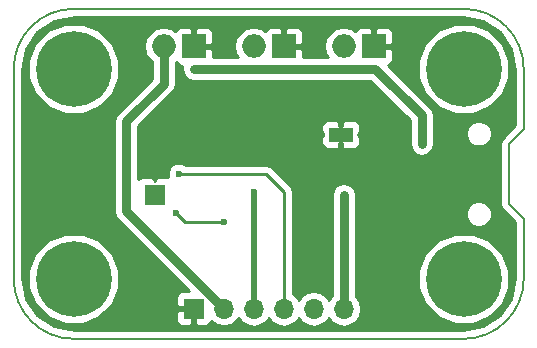
<source format=gbr>
%TF.GenerationSoftware,KiCad,Pcbnew,4.0.6+dfsg1-1*%
%TF.CreationDate,2018-06-21T08:51:40+02:00*%
%TF.ProjectId,energy_harvesting_module,656E657267795F68617276657374696E,rev?*%
%TF.FileFunction,Copper,L2,Bot,Signal*%
%FSLAX46Y46*%
G04 Gerber Fmt 4.6, Leading zero omitted, Abs format (unit mm)*
G04 Created by KiCad (PCBNEW 4.0.6+dfsg1-1) date Thu Jun 21 08:51:40 2018*
%MOMM*%
%LPD*%
G01*
G04 APERTURE LIST*
%ADD10C,0.100000*%
%ADD11C,0.150000*%
%ADD12C,6.400000*%
%ADD13C,0.600000*%
%ADD14O,1.998980X1.998980*%
%ADD15R,1.998980X1.998980*%
%ADD16R,1.700000X1.700000*%
%ADD17O,1.700000X1.700000*%
%ADD18R,1.800000X1.800000*%
%ADD19R,2.000000X1.200000*%
%ADD20C,0.400000*%
%ADD21C,0.750000*%
%ADD22C,0.250000*%
%ADD23C,0.500000*%
%ADD24C,0.254000*%
G04 APERTURE END LIST*
D10*
D11*
X127000000Y-111760000D02*
X127000000Y-93980000D01*
X170180000Y-99060000D02*
X170180000Y-93980000D01*
X168910000Y-100330000D02*
X170180000Y-99060000D01*
X168910000Y-105410000D02*
X168910000Y-100330000D01*
X170180000Y-106680000D02*
X168910000Y-105410000D01*
X170180000Y-111760000D02*
X170180000Y-106680000D01*
X132080000Y-88900000D02*
X165100000Y-88900000D01*
X165100000Y-116840000D02*
X132080000Y-116840000D01*
X165100000Y-116840000D02*
G75*
G03X170180000Y-111760000I0J5080000D01*
G01*
X127000000Y-111760000D02*
G75*
G03X132080000Y-116840000I5080000J0D01*
G01*
X170180000Y-93980000D02*
G75*
G03X165100000Y-88900000I-5080000J0D01*
G01*
X132080000Y-88900000D02*
G75*
G03X127000000Y-93980000I0J-5080000D01*
G01*
D12*
X165100000Y-111760000D03*
D13*
X167500000Y-111760000D03*
X166797056Y-113457056D03*
X165100000Y-114160000D03*
X163402944Y-113457056D03*
X162700000Y-111760000D03*
X163402944Y-110062944D03*
X165100000Y-109360000D03*
X166797056Y-110062944D03*
D12*
X132080000Y-111760000D03*
D13*
X134480000Y-111760000D03*
X133777056Y-113457056D03*
X132080000Y-114160000D03*
X130382944Y-113457056D03*
X129680000Y-111760000D03*
X130382944Y-110062944D03*
X132080000Y-109360000D03*
X133777056Y-110062944D03*
D12*
X132080000Y-93980000D03*
D13*
X134480000Y-93980000D03*
X133777056Y-95677056D03*
X132080000Y-96380000D03*
X130382944Y-95677056D03*
X129680000Y-93980000D03*
X130382944Y-92282944D03*
X132080000Y-91580000D03*
X133777056Y-92282944D03*
D14*
X139700000Y-92075000D03*
D15*
X142240000Y-92075000D03*
D14*
X147320000Y-92075000D03*
D15*
X149860000Y-92075000D03*
D14*
X154940000Y-92075000D03*
D15*
X157480000Y-92075000D03*
D12*
X165100000Y-93980000D03*
D13*
X167500000Y-93980000D03*
X166797056Y-95677056D03*
X165100000Y-96380000D03*
X163402944Y-95677056D03*
X162700000Y-93980000D03*
X163402944Y-92282944D03*
X165100000Y-91580000D03*
X166797056Y-92282944D03*
D16*
X142240000Y-114300000D03*
D17*
X144780000Y-114300000D03*
X147320000Y-114300000D03*
X149860000Y-114300000D03*
X152400000Y-114300000D03*
X154940000Y-114300000D03*
D18*
X138938000Y-104636000D03*
D13*
X138438000Y-104136000D03*
X139438000Y-104136000D03*
X139438000Y-105136000D03*
X138438000Y-105136000D03*
D19*
X154686000Y-99568000D03*
D20*
X155386000Y-99268000D03*
X153986000Y-99268000D03*
X153986000Y-99868000D03*
X155386000Y-99868000D03*
D13*
X140970000Y-102870000D03*
X147320000Y-104394000D03*
X142240000Y-93980000D03*
X161544000Y-100330000D03*
X154940000Y-104648000D03*
X144780000Y-106934000D03*
X140716000Y-106172000D03*
D21*
X139700000Y-95250000D02*
X139700000Y-92075000D01*
X136525000Y-98425000D02*
X139700000Y-95250000D01*
X136525000Y-106045000D02*
X136525000Y-98425000D01*
X144780000Y-114300000D02*
X136525000Y-106045000D01*
D22*
X148336000Y-102870000D02*
X140970000Y-102870000D01*
X149860000Y-104394000D02*
X148336000Y-102870000D01*
X149860000Y-114300000D02*
X149860000Y-104394000D01*
D23*
X147320000Y-114300000D02*
X147320000Y-104394000D01*
D21*
X142240000Y-93980000D02*
X157607000Y-93980000D01*
X157607000Y-93980000D02*
X161544000Y-97917000D01*
X161544000Y-97917000D02*
X161544000Y-100330000D01*
X154940000Y-104648000D02*
X154940000Y-114300000D01*
D22*
X144780000Y-106934000D02*
X141478000Y-106934000D01*
X140716000Y-106172000D02*
X141478000Y-106934000D01*
D24*
G36*
X166767005Y-89955498D02*
X168180221Y-90899779D01*
X169124502Y-92312997D01*
X169470000Y-94049931D01*
X169470000Y-98765908D01*
X168407954Y-99827954D01*
X168254046Y-100058295D01*
X168200000Y-100330000D01*
X168200000Y-105410000D01*
X168254046Y-105681705D01*
X168407954Y-105912046D01*
X169470000Y-106974092D01*
X169470000Y-111690069D01*
X169124502Y-113427003D01*
X168180221Y-114840221D01*
X166767005Y-115784502D01*
X165030069Y-116130000D01*
X132149931Y-116130000D01*
X130412997Y-115784502D01*
X128999779Y-114840221D01*
X128055498Y-113427005D01*
X127874981Y-112519482D01*
X128244336Y-112519482D01*
X128826950Y-113929515D01*
X129904811Y-115009259D01*
X131313825Y-115594333D01*
X132839482Y-115595664D01*
X134249515Y-115013050D01*
X134677561Y-114585750D01*
X140755000Y-114585750D01*
X140755000Y-115276309D01*
X140851673Y-115509698D01*
X141030301Y-115688327D01*
X141263690Y-115785000D01*
X141954250Y-115785000D01*
X142113000Y-115626250D01*
X142113000Y-114427000D01*
X140913750Y-114427000D01*
X140755000Y-114585750D01*
X134677561Y-114585750D01*
X135329259Y-113935189D01*
X135914333Y-112526175D01*
X135915664Y-111000518D01*
X135333050Y-109590485D01*
X134255189Y-108510741D01*
X132846175Y-107925667D01*
X131320518Y-107924336D01*
X129910485Y-108506950D01*
X128830741Y-109584811D01*
X128245667Y-110993825D01*
X128244336Y-112519482D01*
X127874981Y-112519482D01*
X127710000Y-111690069D01*
X127710000Y-98425000D01*
X135515000Y-98425000D01*
X135515000Y-106045000D01*
X135591882Y-106431510D01*
X135810822Y-106759178D01*
X141866644Y-112815000D01*
X141263690Y-112815000D01*
X141030301Y-112911673D01*
X140851673Y-113090302D01*
X140755000Y-113323691D01*
X140755000Y-114014250D01*
X140913750Y-114173000D01*
X142113000Y-114173000D01*
X142113000Y-114153000D01*
X142367000Y-114153000D01*
X142367000Y-114173000D01*
X142387000Y-114173000D01*
X142387000Y-114427000D01*
X142367000Y-114427000D01*
X142367000Y-115626250D01*
X142525750Y-115785000D01*
X143216310Y-115785000D01*
X143449699Y-115688327D01*
X143628327Y-115509698D01*
X143696903Y-115344142D01*
X143700853Y-115350054D01*
X144182622Y-115671961D01*
X144750907Y-115785000D01*
X144809093Y-115785000D01*
X145377378Y-115671961D01*
X145859147Y-115350054D01*
X146054827Y-115057198D01*
X146269946Y-115379147D01*
X146751715Y-115701054D01*
X147320000Y-115814093D01*
X147888285Y-115701054D01*
X148370054Y-115379147D01*
X148590000Y-115049974D01*
X148809946Y-115379147D01*
X149291715Y-115701054D01*
X149860000Y-115814093D01*
X150428285Y-115701054D01*
X150910054Y-115379147D01*
X151130000Y-115049974D01*
X151349946Y-115379147D01*
X151831715Y-115701054D01*
X152400000Y-115814093D01*
X152968285Y-115701054D01*
X153450054Y-115379147D01*
X153670000Y-115049974D01*
X153889946Y-115379147D01*
X154371715Y-115701054D01*
X154940000Y-115814093D01*
X155508285Y-115701054D01*
X155990054Y-115379147D01*
X156311961Y-114897378D01*
X156425000Y-114329093D01*
X156425000Y-114270907D01*
X156311961Y-113702622D01*
X155990054Y-113220853D01*
X155950000Y-113194090D01*
X155950000Y-112519482D01*
X161264336Y-112519482D01*
X161846950Y-113929515D01*
X162924811Y-115009259D01*
X164333825Y-115594333D01*
X165859482Y-115595664D01*
X167269515Y-115013050D01*
X168349259Y-113935189D01*
X168934333Y-112526175D01*
X168935664Y-111000518D01*
X168353050Y-109590485D01*
X167275189Y-108510741D01*
X165866175Y-107925667D01*
X164340518Y-107924336D01*
X162930485Y-108506950D01*
X161850741Y-109584811D01*
X161265667Y-110993825D01*
X161264336Y-112519482D01*
X155950000Y-112519482D01*
X155950000Y-106484873D01*
X165284812Y-106484873D01*
X165449646Y-106883800D01*
X165754595Y-107189282D01*
X166153233Y-107354811D01*
X166584873Y-107355188D01*
X166983800Y-107190354D01*
X167289282Y-106885405D01*
X167454811Y-106486767D01*
X167455188Y-106055127D01*
X167290354Y-105656200D01*
X166985405Y-105350718D01*
X166586767Y-105185189D01*
X166155127Y-105184812D01*
X165756200Y-105349646D01*
X165450718Y-105654595D01*
X165285189Y-106053233D01*
X165284812Y-106484873D01*
X155950000Y-106484873D01*
X155950000Y-104648000D01*
X155873118Y-104261490D01*
X155654178Y-103933822D01*
X155326510Y-103714882D01*
X154940000Y-103638000D01*
X154553490Y-103714882D01*
X154225822Y-103933822D01*
X154006882Y-104261490D01*
X153930000Y-104648000D01*
X153930000Y-113194090D01*
X153889946Y-113220853D01*
X153670000Y-113550026D01*
X153450054Y-113220853D01*
X152968285Y-112898946D01*
X152400000Y-112785907D01*
X151831715Y-112898946D01*
X151349946Y-113220853D01*
X151130000Y-113550026D01*
X150910054Y-113220853D01*
X150620000Y-113027046D01*
X150620000Y-104394000D01*
X150562148Y-104103161D01*
X150562148Y-104103160D01*
X150397401Y-103856599D01*
X148873401Y-102332599D01*
X148626839Y-102167852D01*
X148336000Y-102110000D01*
X141532463Y-102110000D01*
X141500327Y-102077808D01*
X141156799Y-101935162D01*
X140784833Y-101934838D01*
X140441057Y-102076883D01*
X140177808Y-102339673D01*
X140035162Y-102683201D01*
X140034838Y-103055167D01*
X140072250Y-103145711D01*
X139964309Y-103101000D01*
X139223750Y-103101000D01*
X139065000Y-103259750D01*
X139065000Y-103264001D01*
X138985393Y-103296975D01*
X138977892Y-103416500D01*
X138938000Y-103456392D01*
X138898108Y-103416500D01*
X138890607Y-103296975D01*
X138811000Y-103272493D01*
X138811000Y-103259750D01*
X138652250Y-103101000D01*
X137911691Y-103101000D01*
X137678302Y-103197673D01*
X137535000Y-103340974D01*
X137535000Y-98843356D01*
X137536666Y-98841690D01*
X153051000Y-98841690D01*
X153051000Y-99282250D01*
X153157952Y-99389202D01*
X153166587Y-99499029D01*
X153200956Y-99582004D01*
X153142316Y-99762434D01*
X153051000Y-99853750D01*
X153051000Y-100294310D01*
X153147673Y-100527699D01*
X153326302Y-100706327D01*
X153559691Y-100803000D01*
X154400250Y-100803000D01*
X154559000Y-100644250D01*
X154559000Y-100282108D01*
X154642818Y-100283067D01*
X154643225Y-100284050D01*
X154686000Y-100283561D01*
X154728775Y-100284050D01*
X154729094Y-100283068D01*
X154813000Y-100282108D01*
X154813000Y-100644250D01*
X154971750Y-100803000D01*
X155812309Y-100803000D01*
X156045698Y-100706327D01*
X156224327Y-100527699D01*
X156321000Y-100294310D01*
X156321000Y-99853750D01*
X156214048Y-99746798D01*
X156205413Y-99636971D01*
X156171044Y-99553996D01*
X156229684Y-99373566D01*
X156321000Y-99282250D01*
X156321000Y-98841690D01*
X156224327Y-98608301D01*
X156045698Y-98429673D01*
X155812309Y-98333000D01*
X154971750Y-98333000D01*
X154813000Y-98491750D01*
X154813000Y-98853892D01*
X154729182Y-98852933D01*
X154728775Y-98851950D01*
X154686000Y-98852439D01*
X154643225Y-98851950D01*
X154642906Y-98852932D01*
X154559000Y-98853892D01*
X154559000Y-98491750D01*
X154400250Y-98333000D01*
X153559691Y-98333000D01*
X153326302Y-98429673D01*
X153147673Y-98608301D01*
X153051000Y-98841690D01*
X137536666Y-98841690D01*
X140414178Y-95964178D01*
X140633118Y-95636510D01*
X140710000Y-95250000D01*
X140710000Y-93442006D01*
X140880812Y-93612817D01*
X141114201Y-93709490D01*
X141283808Y-93709490D01*
X141230000Y-93980000D01*
X141306882Y-94366510D01*
X141525822Y-94694178D01*
X141853490Y-94913118D01*
X142240000Y-94990000D01*
X157188644Y-94990000D01*
X160534000Y-98335356D01*
X160534000Y-100330000D01*
X160610882Y-100716510D01*
X160829822Y-101044178D01*
X161157490Y-101263118D01*
X161544000Y-101340000D01*
X161930510Y-101263118D01*
X162258178Y-101044178D01*
X162477118Y-100716510D01*
X162554000Y-100330000D01*
X162554000Y-99684873D01*
X165284812Y-99684873D01*
X165449646Y-100083800D01*
X165754595Y-100389282D01*
X166153233Y-100554811D01*
X166584873Y-100555188D01*
X166983800Y-100390354D01*
X167289282Y-100085405D01*
X167454811Y-99686767D01*
X167455188Y-99255127D01*
X167290354Y-98856200D01*
X166985405Y-98550718D01*
X166586767Y-98385189D01*
X166155127Y-98384812D01*
X165756200Y-98549646D01*
X165450718Y-98854595D01*
X165285189Y-99253233D01*
X165284812Y-99684873D01*
X162554000Y-99684873D01*
X162554000Y-97917000D01*
X162477118Y-97530490D01*
X162258178Y-97202822D01*
X159794838Y-94739482D01*
X161264336Y-94739482D01*
X161846950Y-96149515D01*
X162924811Y-97229259D01*
X164333825Y-97814333D01*
X165859482Y-97815664D01*
X167269515Y-97233050D01*
X168349259Y-96155189D01*
X168934333Y-94746175D01*
X168935664Y-93220518D01*
X168353050Y-91810485D01*
X167275189Y-90730741D01*
X165866175Y-90145667D01*
X164340518Y-90144336D01*
X162930485Y-90726950D01*
X161850741Y-91804811D01*
X161265667Y-93213825D01*
X161264336Y-94739482D01*
X159794838Y-94739482D01*
X158718262Y-93662906D01*
X158839188Y-93612817D01*
X159017817Y-93434189D01*
X159114490Y-93200800D01*
X159114490Y-92360750D01*
X158955740Y-92202000D01*
X157607000Y-92202000D01*
X157607000Y-92222000D01*
X157353000Y-92222000D01*
X157353000Y-92202000D01*
X157333000Y-92202000D01*
X157333000Y-91948000D01*
X157353000Y-91948000D01*
X157353000Y-90599260D01*
X157607000Y-90599260D01*
X157607000Y-91948000D01*
X158955740Y-91948000D01*
X159114490Y-91789250D01*
X159114490Y-90949200D01*
X159017817Y-90715811D01*
X158839188Y-90537183D01*
X158605799Y-90440510D01*
X157765750Y-90440510D01*
X157607000Y-90599260D01*
X157353000Y-90599260D01*
X157194250Y-90440510D01*
X156354201Y-90440510D01*
X156120812Y-90537183D01*
X155942183Y-90715811D01*
X155916418Y-90778013D01*
X155597514Y-90564928D01*
X154972022Y-90440510D01*
X154907978Y-90440510D01*
X154282486Y-90564928D01*
X153752219Y-90919241D01*
X153397906Y-91449508D01*
X153273488Y-92075000D01*
X153397906Y-92700492D01*
X153577985Y-92970000D01*
X151494490Y-92970000D01*
X151494490Y-92360750D01*
X151335740Y-92202000D01*
X149987000Y-92202000D01*
X149987000Y-92222000D01*
X149733000Y-92222000D01*
X149733000Y-92202000D01*
X149713000Y-92202000D01*
X149713000Y-91948000D01*
X149733000Y-91948000D01*
X149733000Y-90599260D01*
X149987000Y-90599260D01*
X149987000Y-91948000D01*
X151335740Y-91948000D01*
X151494490Y-91789250D01*
X151494490Y-90949200D01*
X151397817Y-90715811D01*
X151219188Y-90537183D01*
X150985799Y-90440510D01*
X150145750Y-90440510D01*
X149987000Y-90599260D01*
X149733000Y-90599260D01*
X149574250Y-90440510D01*
X148734201Y-90440510D01*
X148500812Y-90537183D01*
X148322183Y-90715811D01*
X148296418Y-90778013D01*
X147977514Y-90564928D01*
X147352022Y-90440510D01*
X147287978Y-90440510D01*
X146662486Y-90564928D01*
X146132219Y-90919241D01*
X145777906Y-91449508D01*
X145653488Y-92075000D01*
X145777906Y-92700492D01*
X145957985Y-92970000D01*
X143874490Y-92970000D01*
X143874490Y-92360750D01*
X143715740Y-92202000D01*
X142367000Y-92202000D01*
X142367000Y-92222000D01*
X142113000Y-92222000D01*
X142113000Y-92202000D01*
X142093000Y-92202000D01*
X142093000Y-91948000D01*
X142113000Y-91948000D01*
X142113000Y-90599260D01*
X142367000Y-90599260D01*
X142367000Y-91948000D01*
X143715740Y-91948000D01*
X143874490Y-91789250D01*
X143874490Y-90949200D01*
X143777817Y-90715811D01*
X143599188Y-90537183D01*
X143365799Y-90440510D01*
X142525750Y-90440510D01*
X142367000Y-90599260D01*
X142113000Y-90599260D01*
X141954250Y-90440510D01*
X141114201Y-90440510D01*
X140880812Y-90537183D01*
X140702183Y-90715811D01*
X140676418Y-90778013D01*
X140357514Y-90564928D01*
X139732022Y-90440510D01*
X139667978Y-90440510D01*
X139042486Y-90564928D01*
X138512219Y-90919241D01*
X138157906Y-91449508D01*
X138033488Y-92075000D01*
X138157906Y-92700492D01*
X138512219Y-93230759D01*
X138690000Y-93349548D01*
X138690000Y-94831644D01*
X135810822Y-97710822D01*
X135591882Y-98038490D01*
X135515000Y-98425000D01*
X127710000Y-98425000D01*
X127710000Y-94739482D01*
X128244336Y-94739482D01*
X128826950Y-96149515D01*
X129904811Y-97229259D01*
X131313825Y-97814333D01*
X132839482Y-97815664D01*
X134249515Y-97233050D01*
X135329259Y-96155189D01*
X135914333Y-94746175D01*
X135915664Y-93220518D01*
X135333050Y-91810485D01*
X134255189Y-90730741D01*
X132846175Y-90145667D01*
X131320518Y-90144336D01*
X129910485Y-90726950D01*
X128830741Y-91804811D01*
X128245667Y-93213825D01*
X128244336Y-94739482D01*
X127710000Y-94739482D01*
X127710000Y-94049931D01*
X128055498Y-92312995D01*
X128999779Y-90899779D01*
X130412997Y-89955498D01*
X132149931Y-89610000D01*
X165030069Y-89610000D01*
X166767005Y-89955498D01*
X166767005Y-89955498D01*
G37*
X166767005Y-89955498D02*
X168180221Y-90899779D01*
X169124502Y-92312997D01*
X169470000Y-94049931D01*
X169470000Y-98765908D01*
X168407954Y-99827954D01*
X168254046Y-100058295D01*
X168200000Y-100330000D01*
X168200000Y-105410000D01*
X168254046Y-105681705D01*
X168407954Y-105912046D01*
X169470000Y-106974092D01*
X169470000Y-111690069D01*
X169124502Y-113427003D01*
X168180221Y-114840221D01*
X166767005Y-115784502D01*
X165030069Y-116130000D01*
X132149931Y-116130000D01*
X130412997Y-115784502D01*
X128999779Y-114840221D01*
X128055498Y-113427005D01*
X127874981Y-112519482D01*
X128244336Y-112519482D01*
X128826950Y-113929515D01*
X129904811Y-115009259D01*
X131313825Y-115594333D01*
X132839482Y-115595664D01*
X134249515Y-115013050D01*
X134677561Y-114585750D01*
X140755000Y-114585750D01*
X140755000Y-115276309D01*
X140851673Y-115509698D01*
X141030301Y-115688327D01*
X141263690Y-115785000D01*
X141954250Y-115785000D01*
X142113000Y-115626250D01*
X142113000Y-114427000D01*
X140913750Y-114427000D01*
X140755000Y-114585750D01*
X134677561Y-114585750D01*
X135329259Y-113935189D01*
X135914333Y-112526175D01*
X135915664Y-111000518D01*
X135333050Y-109590485D01*
X134255189Y-108510741D01*
X132846175Y-107925667D01*
X131320518Y-107924336D01*
X129910485Y-108506950D01*
X128830741Y-109584811D01*
X128245667Y-110993825D01*
X128244336Y-112519482D01*
X127874981Y-112519482D01*
X127710000Y-111690069D01*
X127710000Y-98425000D01*
X135515000Y-98425000D01*
X135515000Y-106045000D01*
X135591882Y-106431510D01*
X135810822Y-106759178D01*
X141866644Y-112815000D01*
X141263690Y-112815000D01*
X141030301Y-112911673D01*
X140851673Y-113090302D01*
X140755000Y-113323691D01*
X140755000Y-114014250D01*
X140913750Y-114173000D01*
X142113000Y-114173000D01*
X142113000Y-114153000D01*
X142367000Y-114153000D01*
X142367000Y-114173000D01*
X142387000Y-114173000D01*
X142387000Y-114427000D01*
X142367000Y-114427000D01*
X142367000Y-115626250D01*
X142525750Y-115785000D01*
X143216310Y-115785000D01*
X143449699Y-115688327D01*
X143628327Y-115509698D01*
X143696903Y-115344142D01*
X143700853Y-115350054D01*
X144182622Y-115671961D01*
X144750907Y-115785000D01*
X144809093Y-115785000D01*
X145377378Y-115671961D01*
X145859147Y-115350054D01*
X146054827Y-115057198D01*
X146269946Y-115379147D01*
X146751715Y-115701054D01*
X147320000Y-115814093D01*
X147888285Y-115701054D01*
X148370054Y-115379147D01*
X148590000Y-115049974D01*
X148809946Y-115379147D01*
X149291715Y-115701054D01*
X149860000Y-115814093D01*
X150428285Y-115701054D01*
X150910054Y-115379147D01*
X151130000Y-115049974D01*
X151349946Y-115379147D01*
X151831715Y-115701054D01*
X152400000Y-115814093D01*
X152968285Y-115701054D01*
X153450054Y-115379147D01*
X153670000Y-115049974D01*
X153889946Y-115379147D01*
X154371715Y-115701054D01*
X154940000Y-115814093D01*
X155508285Y-115701054D01*
X155990054Y-115379147D01*
X156311961Y-114897378D01*
X156425000Y-114329093D01*
X156425000Y-114270907D01*
X156311961Y-113702622D01*
X155990054Y-113220853D01*
X155950000Y-113194090D01*
X155950000Y-112519482D01*
X161264336Y-112519482D01*
X161846950Y-113929515D01*
X162924811Y-115009259D01*
X164333825Y-115594333D01*
X165859482Y-115595664D01*
X167269515Y-115013050D01*
X168349259Y-113935189D01*
X168934333Y-112526175D01*
X168935664Y-111000518D01*
X168353050Y-109590485D01*
X167275189Y-108510741D01*
X165866175Y-107925667D01*
X164340518Y-107924336D01*
X162930485Y-108506950D01*
X161850741Y-109584811D01*
X161265667Y-110993825D01*
X161264336Y-112519482D01*
X155950000Y-112519482D01*
X155950000Y-106484873D01*
X165284812Y-106484873D01*
X165449646Y-106883800D01*
X165754595Y-107189282D01*
X166153233Y-107354811D01*
X166584873Y-107355188D01*
X166983800Y-107190354D01*
X167289282Y-106885405D01*
X167454811Y-106486767D01*
X167455188Y-106055127D01*
X167290354Y-105656200D01*
X166985405Y-105350718D01*
X166586767Y-105185189D01*
X166155127Y-105184812D01*
X165756200Y-105349646D01*
X165450718Y-105654595D01*
X165285189Y-106053233D01*
X165284812Y-106484873D01*
X155950000Y-106484873D01*
X155950000Y-104648000D01*
X155873118Y-104261490D01*
X155654178Y-103933822D01*
X155326510Y-103714882D01*
X154940000Y-103638000D01*
X154553490Y-103714882D01*
X154225822Y-103933822D01*
X154006882Y-104261490D01*
X153930000Y-104648000D01*
X153930000Y-113194090D01*
X153889946Y-113220853D01*
X153670000Y-113550026D01*
X153450054Y-113220853D01*
X152968285Y-112898946D01*
X152400000Y-112785907D01*
X151831715Y-112898946D01*
X151349946Y-113220853D01*
X151130000Y-113550026D01*
X150910054Y-113220853D01*
X150620000Y-113027046D01*
X150620000Y-104394000D01*
X150562148Y-104103161D01*
X150562148Y-104103160D01*
X150397401Y-103856599D01*
X148873401Y-102332599D01*
X148626839Y-102167852D01*
X148336000Y-102110000D01*
X141532463Y-102110000D01*
X141500327Y-102077808D01*
X141156799Y-101935162D01*
X140784833Y-101934838D01*
X140441057Y-102076883D01*
X140177808Y-102339673D01*
X140035162Y-102683201D01*
X140034838Y-103055167D01*
X140072250Y-103145711D01*
X139964309Y-103101000D01*
X139223750Y-103101000D01*
X139065000Y-103259750D01*
X139065000Y-103264001D01*
X138985393Y-103296975D01*
X138977892Y-103416500D01*
X138938000Y-103456392D01*
X138898108Y-103416500D01*
X138890607Y-103296975D01*
X138811000Y-103272493D01*
X138811000Y-103259750D01*
X138652250Y-103101000D01*
X137911691Y-103101000D01*
X137678302Y-103197673D01*
X137535000Y-103340974D01*
X137535000Y-98843356D01*
X137536666Y-98841690D01*
X153051000Y-98841690D01*
X153051000Y-99282250D01*
X153157952Y-99389202D01*
X153166587Y-99499029D01*
X153200956Y-99582004D01*
X153142316Y-99762434D01*
X153051000Y-99853750D01*
X153051000Y-100294310D01*
X153147673Y-100527699D01*
X153326302Y-100706327D01*
X153559691Y-100803000D01*
X154400250Y-100803000D01*
X154559000Y-100644250D01*
X154559000Y-100282108D01*
X154642818Y-100283067D01*
X154643225Y-100284050D01*
X154686000Y-100283561D01*
X154728775Y-100284050D01*
X154729094Y-100283068D01*
X154813000Y-100282108D01*
X154813000Y-100644250D01*
X154971750Y-100803000D01*
X155812309Y-100803000D01*
X156045698Y-100706327D01*
X156224327Y-100527699D01*
X156321000Y-100294310D01*
X156321000Y-99853750D01*
X156214048Y-99746798D01*
X156205413Y-99636971D01*
X156171044Y-99553996D01*
X156229684Y-99373566D01*
X156321000Y-99282250D01*
X156321000Y-98841690D01*
X156224327Y-98608301D01*
X156045698Y-98429673D01*
X155812309Y-98333000D01*
X154971750Y-98333000D01*
X154813000Y-98491750D01*
X154813000Y-98853892D01*
X154729182Y-98852933D01*
X154728775Y-98851950D01*
X154686000Y-98852439D01*
X154643225Y-98851950D01*
X154642906Y-98852932D01*
X154559000Y-98853892D01*
X154559000Y-98491750D01*
X154400250Y-98333000D01*
X153559691Y-98333000D01*
X153326302Y-98429673D01*
X153147673Y-98608301D01*
X153051000Y-98841690D01*
X137536666Y-98841690D01*
X140414178Y-95964178D01*
X140633118Y-95636510D01*
X140710000Y-95250000D01*
X140710000Y-93442006D01*
X140880812Y-93612817D01*
X141114201Y-93709490D01*
X141283808Y-93709490D01*
X141230000Y-93980000D01*
X141306882Y-94366510D01*
X141525822Y-94694178D01*
X141853490Y-94913118D01*
X142240000Y-94990000D01*
X157188644Y-94990000D01*
X160534000Y-98335356D01*
X160534000Y-100330000D01*
X160610882Y-100716510D01*
X160829822Y-101044178D01*
X161157490Y-101263118D01*
X161544000Y-101340000D01*
X161930510Y-101263118D01*
X162258178Y-101044178D01*
X162477118Y-100716510D01*
X162554000Y-100330000D01*
X162554000Y-99684873D01*
X165284812Y-99684873D01*
X165449646Y-100083800D01*
X165754595Y-100389282D01*
X166153233Y-100554811D01*
X166584873Y-100555188D01*
X166983800Y-100390354D01*
X167289282Y-100085405D01*
X167454811Y-99686767D01*
X167455188Y-99255127D01*
X167290354Y-98856200D01*
X166985405Y-98550718D01*
X166586767Y-98385189D01*
X166155127Y-98384812D01*
X165756200Y-98549646D01*
X165450718Y-98854595D01*
X165285189Y-99253233D01*
X165284812Y-99684873D01*
X162554000Y-99684873D01*
X162554000Y-97917000D01*
X162477118Y-97530490D01*
X162258178Y-97202822D01*
X159794838Y-94739482D01*
X161264336Y-94739482D01*
X161846950Y-96149515D01*
X162924811Y-97229259D01*
X164333825Y-97814333D01*
X165859482Y-97815664D01*
X167269515Y-97233050D01*
X168349259Y-96155189D01*
X168934333Y-94746175D01*
X168935664Y-93220518D01*
X168353050Y-91810485D01*
X167275189Y-90730741D01*
X165866175Y-90145667D01*
X164340518Y-90144336D01*
X162930485Y-90726950D01*
X161850741Y-91804811D01*
X161265667Y-93213825D01*
X161264336Y-94739482D01*
X159794838Y-94739482D01*
X158718262Y-93662906D01*
X158839188Y-93612817D01*
X159017817Y-93434189D01*
X159114490Y-93200800D01*
X159114490Y-92360750D01*
X158955740Y-92202000D01*
X157607000Y-92202000D01*
X157607000Y-92222000D01*
X157353000Y-92222000D01*
X157353000Y-92202000D01*
X157333000Y-92202000D01*
X157333000Y-91948000D01*
X157353000Y-91948000D01*
X157353000Y-90599260D01*
X157607000Y-90599260D01*
X157607000Y-91948000D01*
X158955740Y-91948000D01*
X159114490Y-91789250D01*
X159114490Y-90949200D01*
X159017817Y-90715811D01*
X158839188Y-90537183D01*
X158605799Y-90440510D01*
X157765750Y-90440510D01*
X157607000Y-90599260D01*
X157353000Y-90599260D01*
X157194250Y-90440510D01*
X156354201Y-90440510D01*
X156120812Y-90537183D01*
X155942183Y-90715811D01*
X155916418Y-90778013D01*
X155597514Y-90564928D01*
X154972022Y-90440510D01*
X154907978Y-90440510D01*
X154282486Y-90564928D01*
X153752219Y-90919241D01*
X153397906Y-91449508D01*
X153273488Y-92075000D01*
X153397906Y-92700492D01*
X153577985Y-92970000D01*
X151494490Y-92970000D01*
X151494490Y-92360750D01*
X151335740Y-92202000D01*
X149987000Y-92202000D01*
X149987000Y-92222000D01*
X149733000Y-92222000D01*
X149733000Y-92202000D01*
X149713000Y-92202000D01*
X149713000Y-91948000D01*
X149733000Y-91948000D01*
X149733000Y-90599260D01*
X149987000Y-90599260D01*
X149987000Y-91948000D01*
X151335740Y-91948000D01*
X151494490Y-91789250D01*
X151494490Y-90949200D01*
X151397817Y-90715811D01*
X151219188Y-90537183D01*
X150985799Y-90440510D01*
X150145750Y-90440510D01*
X149987000Y-90599260D01*
X149733000Y-90599260D01*
X149574250Y-90440510D01*
X148734201Y-90440510D01*
X148500812Y-90537183D01*
X148322183Y-90715811D01*
X148296418Y-90778013D01*
X147977514Y-90564928D01*
X147352022Y-90440510D01*
X147287978Y-90440510D01*
X146662486Y-90564928D01*
X146132219Y-90919241D01*
X145777906Y-91449508D01*
X145653488Y-92075000D01*
X145777906Y-92700492D01*
X145957985Y-92970000D01*
X143874490Y-92970000D01*
X143874490Y-92360750D01*
X143715740Y-92202000D01*
X142367000Y-92202000D01*
X142367000Y-92222000D01*
X142113000Y-92222000D01*
X142113000Y-92202000D01*
X142093000Y-92202000D01*
X142093000Y-91948000D01*
X142113000Y-91948000D01*
X142113000Y-90599260D01*
X142367000Y-90599260D01*
X142367000Y-91948000D01*
X143715740Y-91948000D01*
X143874490Y-91789250D01*
X143874490Y-90949200D01*
X143777817Y-90715811D01*
X143599188Y-90537183D01*
X143365799Y-90440510D01*
X142525750Y-90440510D01*
X142367000Y-90599260D01*
X142113000Y-90599260D01*
X141954250Y-90440510D01*
X141114201Y-90440510D01*
X140880812Y-90537183D01*
X140702183Y-90715811D01*
X140676418Y-90778013D01*
X140357514Y-90564928D01*
X139732022Y-90440510D01*
X139667978Y-90440510D01*
X139042486Y-90564928D01*
X138512219Y-90919241D01*
X138157906Y-91449508D01*
X138033488Y-92075000D01*
X138157906Y-92700492D01*
X138512219Y-93230759D01*
X138690000Y-93349548D01*
X138690000Y-94831644D01*
X135810822Y-97710822D01*
X135591882Y-98038490D01*
X135515000Y-98425000D01*
X127710000Y-98425000D01*
X127710000Y-94739482D01*
X128244336Y-94739482D01*
X128826950Y-96149515D01*
X129904811Y-97229259D01*
X131313825Y-97814333D01*
X132839482Y-97815664D01*
X134249515Y-97233050D01*
X135329259Y-96155189D01*
X135914333Y-94746175D01*
X135915664Y-93220518D01*
X135333050Y-91810485D01*
X134255189Y-90730741D01*
X132846175Y-90145667D01*
X131320518Y-90144336D01*
X129910485Y-90726950D01*
X128830741Y-91804811D01*
X128245667Y-93213825D01*
X128244336Y-94739482D01*
X127710000Y-94739482D01*
X127710000Y-94049931D01*
X128055498Y-92312995D01*
X128999779Y-90899779D01*
X130412997Y-89955498D01*
X132149931Y-89610000D01*
X165030069Y-89610000D01*
X166767005Y-89955498D01*
M02*

</source>
